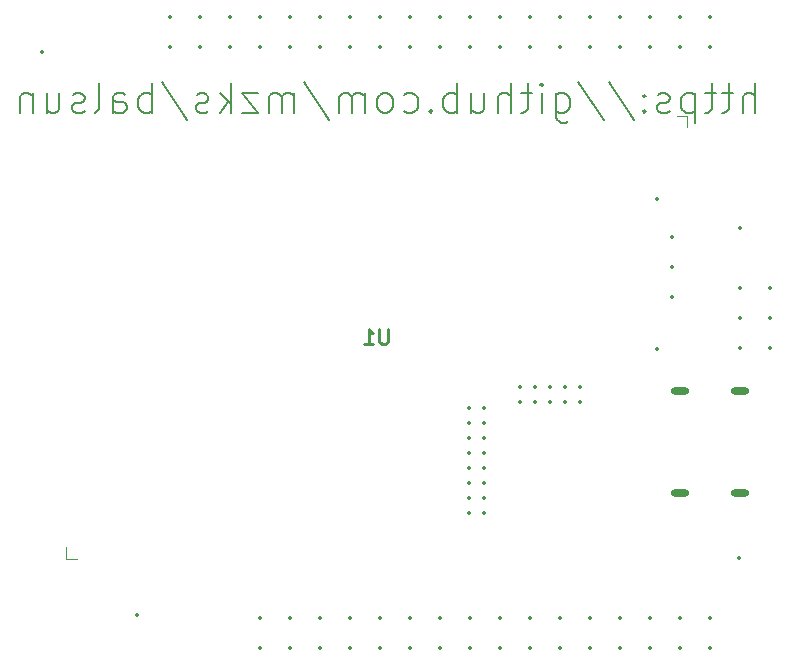
<source format=gbo>
%TF.GenerationSoftware,KiCad,Pcbnew,8.0.4*%
%TF.CreationDate,2024-10-23T22:06:27+09:00*%
%TF.ProjectId,balsun,62616c73-756e-42e6-9b69-6361645f7063,rev?*%
%TF.SameCoordinates,Original*%
%TF.FileFunction,Legend,Bot*%
%TF.FilePolarity,Positive*%
%FSLAX46Y46*%
G04 Gerber Fmt 4.6, Leading zero omitted, Abs format (unit mm)*
G04 Created by KiCad (PCBNEW 8.0.4) date 2024-10-23 22:06:27*
%MOMM*%
%LPD*%
G01*
G04 APERTURE LIST*
%ADD10C,0.200000*%
%ADD11C,0.254000*%
%ADD12C,0.100000*%
%ADD13C,0.350000*%
%ADD14O,1.600000X0.600000*%
G04 APERTURE END LIST*
D10*
X219773183Y-81683647D02*
X219773183Y-79183647D01*
X218701755Y-81683647D02*
X218701755Y-80374123D01*
X218701755Y-80374123D02*
X218820802Y-80136028D01*
X218820802Y-80136028D02*
X219058898Y-80016980D01*
X219058898Y-80016980D02*
X219416041Y-80016980D01*
X219416041Y-80016980D02*
X219654136Y-80136028D01*
X219654136Y-80136028D02*
X219773183Y-80255076D01*
X217868421Y-80016980D02*
X216916040Y-80016980D01*
X217511278Y-79183647D02*
X217511278Y-81326504D01*
X217511278Y-81326504D02*
X217392231Y-81564600D01*
X217392231Y-81564600D02*
X217154136Y-81683647D01*
X217154136Y-81683647D02*
X216916040Y-81683647D01*
X216439850Y-80016980D02*
X215487469Y-80016980D01*
X216082707Y-79183647D02*
X216082707Y-81326504D01*
X216082707Y-81326504D02*
X215963660Y-81564600D01*
X215963660Y-81564600D02*
X215725565Y-81683647D01*
X215725565Y-81683647D02*
X215487469Y-81683647D01*
X214654136Y-80016980D02*
X214654136Y-82516980D01*
X214654136Y-80136028D02*
X214416041Y-80016980D01*
X214416041Y-80016980D02*
X213939851Y-80016980D01*
X213939851Y-80016980D02*
X213701755Y-80136028D01*
X213701755Y-80136028D02*
X213582708Y-80255076D01*
X213582708Y-80255076D02*
X213463660Y-80493171D01*
X213463660Y-80493171D02*
X213463660Y-81207457D01*
X213463660Y-81207457D02*
X213582708Y-81445552D01*
X213582708Y-81445552D02*
X213701755Y-81564600D01*
X213701755Y-81564600D02*
X213939851Y-81683647D01*
X213939851Y-81683647D02*
X214416041Y-81683647D01*
X214416041Y-81683647D02*
X214654136Y-81564600D01*
X212511279Y-81564600D02*
X212273184Y-81683647D01*
X212273184Y-81683647D02*
X211796993Y-81683647D01*
X211796993Y-81683647D02*
X211558898Y-81564600D01*
X211558898Y-81564600D02*
X211439850Y-81326504D01*
X211439850Y-81326504D02*
X211439850Y-81207457D01*
X211439850Y-81207457D02*
X211558898Y-80969361D01*
X211558898Y-80969361D02*
X211796993Y-80850314D01*
X211796993Y-80850314D02*
X212154136Y-80850314D01*
X212154136Y-80850314D02*
X212392231Y-80731266D01*
X212392231Y-80731266D02*
X212511279Y-80493171D01*
X212511279Y-80493171D02*
X212511279Y-80374123D01*
X212511279Y-80374123D02*
X212392231Y-80136028D01*
X212392231Y-80136028D02*
X212154136Y-80016980D01*
X212154136Y-80016980D02*
X211796993Y-80016980D01*
X211796993Y-80016980D02*
X211558898Y-80136028D01*
X210368421Y-81445552D02*
X210249374Y-81564600D01*
X210249374Y-81564600D02*
X210368421Y-81683647D01*
X210368421Y-81683647D02*
X210487469Y-81564600D01*
X210487469Y-81564600D02*
X210368421Y-81445552D01*
X210368421Y-81445552D02*
X210368421Y-81683647D01*
X210368421Y-80136028D02*
X210249374Y-80255076D01*
X210249374Y-80255076D02*
X210368421Y-80374123D01*
X210368421Y-80374123D02*
X210487469Y-80255076D01*
X210487469Y-80255076D02*
X210368421Y-80136028D01*
X210368421Y-80136028D02*
X210368421Y-80374123D01*
X207392231Y-79064600D02*
X209535088Y-82278885D01*
X204773183Y-79064600D02*
X206916040Y-82278885D01*
X202868421Y-80016980D02*
X202868421Y-82040790D01*
X202868421Y-82040790D02*
X202987468Y-82278885D01*
X202987468Y-82278885D02*
X203106516Y-82397933D01*
X203106516Y-82397933D02*
X203344611Y-82516980D01*
X203344611Y-82516980D02*
X203701754Y-82516980D01*
X203701754Y-82516980D02*
X203939849Y-82397933D01*
X202868421Y-81564600D02*
X203106516Y-81683647D01*
X203106516Y-81683647D02*
X203582707Y-81683647D01*
X203582707Y-81683647D02*
X203820802Y-81564600D01*
X203820802Y-81564600D02*
X203939849Y-81445552D01*
X203939849Y-81445552D02*
X204058897Y-81207457D01*
X204058897Y-81207457D02*
X204058897Y-80493171D01*
X204058897Y-80493171D02*
X203939849Y-80255076D01*
X203939849Y-80255076D02*
X203820802Y-80136028D01*
X203820802Y-80136028D02*
X203582707Y-80016980D01*
X203582707Y-80016980D02*
X203106516Y-80016980D01*
X203106516Y-80016980D02*
X202868421Y-80136028D01*
X201677944Y-81683647D02*
X201677944Y-80016980D01*
X201677944Y-79183647D02*
X201796992Y-79302695D01*
X201796992Y-79302695D02*
X201677944Y-79421742D01*
X201677944Y-79421742D02*
X201558897Y-79302695D01*
X201558897Y-79302695D02*
X201677944Y-79183647D01*
X201677944Y-79183647D02*
X201677944Y-79421742D01*
X200844611Y-80016980D02*
X199892230Y-80016980D01*
X200487468Y-79183647D02*
X200487468Y-81326504D01*
X200487468Y-81326504D02*
X200368421Y-81564600D01*
X200368421Y-81564600D02*
X200130326Y-81683647D01*
X200130326Y-81683647D02*
X199892230Y-81683647D01*
X199058897Y-81683647D02*
X199058897Y-79183647D01*
X197987469Y-81683647D02*
X197987469Y-80374123D01*
X197987469Y-80374123D02*
X198106516Y-80136028D01*
X198106516Y-80136028D02*
X198344612Y-80016980D01*
X198344612Y-80016980D02*
X198701755Y-80016980D01*
X198701755Y-80016980D02*
X198939850Y-80136028D01*
X198939850Y-80136028D02*
X199058897Y-80255076D01*
X195725564Y-80016980D02*
X195725564Y-81683647D01*
X196796992Y-80016980D02*
X196796992Y-81326504D01*
X196796992Y-81326504D02*
X196677945Y-81564600D01*
X196677945Y-81564600D02*
X196439850Y-81683647D01*
X196439850Y-81683647D02*
X196082707Y-81683647D01*
X196082707Y-81683647D02*
X195844611Y-81564600D01*
X195844611Y-81564600D02*
X195725564Y-81445552D01*
X194535087Y-81683647D02*
X194535087Y-79183647D01*
X194535087Y-80136028D02*
X194296992Y-80016980D01*
X194296992Y-80016980D02*
X193820802Y-80016980D01*
X193820802Y-80016980D02*
X193582706Y-80136028D01*
X193582706Y-80136028D02*
X193463659Y-80255076D01*
X193463659Y-80255076D02*
X193344611Y-80493171D01*
X193344611Y-80493171D02*
X193344611Y-81207457D01*
X193344611Y-81207457D02*
X193463659Y-81445552D01*
X193463659Y-81445552D02*
X193582706Y-81564600D01*
X193582706Y-81564600D02*
X193820802Y-81683647D01*
X193820802Y-81683647D02*
X194296992Y-81683647D01*
X194296992Y-81683647D02*
X194535087Y-81564600D01*
X192273182Y-81445552D02*
X192154135Y-81564600D01*
X192154135Y-81564600D02*
X192273182Y-81683647D01*
X192273182Y-81683647D02*
X192392230Y-81564600D01*
X192392230Y-81564600D02*
X192273182Y-81445552D01*
X192273182Y-81445552D02*
X192273182Y-81683647D01*
X190011278Y-81564600D02*
X190249373Y-81683647D01*
X190249373Y-81683647D02*
X190725564Y-81683647D01*
X190725564Y-81683647D02*
X190963659Y-81564600D01*
X190963659Y-81564600D02*
X191082706Y-81445552D01*
X191082706Y-81445552D02*
X191201754Y-81207457D01*
X191201754Y-81207457D02*
X191201754Y-80493171D01*
X191201754Y-80493171D02*
X191082706Y-80255076D01*
X191082706Y-80255076D02*
X190963659Y-80136028D01*
X190963659Y-80136028D02*
X190725564Y-80016980D01*
X190725564Y-80016980D02*
X190249373Y-80016980D01*
X190249373Y-80016980D02*
X190011278Y-80136028D01*
X188582707Y-81683647D02*
X188820802Y-81564600D01*
X188820802Y-81564600D02*
X188939849Y-81445552D01*
X188939849Y-81445552D02*
X189058897Y-81207457D01*
X189058897Y-81207457D02*
X189058897Y-80493171D01*
X189058897Y-80493171D02*
X188939849Y-80255076D01*
X188939849Y-80255076D02*
X188820802Y-80136028D01*
X188820802Y-80136028D02*
X188582707Y-80016980D01*
X188582707Y-80016980D02*
X188225564Y-80016980D01*
X188225564Y-80016980D02*
X187987468Y-80136028D01*
X187987468Y-80136028D02*
X187868421Y-80255076D01*
X187868421Y-80255076D02*
X187749373Y-80493171D01*
X187749373Y-80493171D02*
X187749373Y-81207457D01*
X187749373Y-81207457D02*
X187868421Y-81445552D01*
X187868421Y-81445552D02*
X187987468Y-81564600D01*
X187987468Y-81564600D02*
X188225564Y-81683647D01*
X188225564Y-81683647D02*
X188582707Y-81683647D01*
X186677944Y-81683647D02*
X186677944Y-80016980D01*
X186677944Y-80255076D02*
X186558897Y-80136028D01*
X186558897Y-80136028D02*
X186320802Y-80016980D01*
X186320802Y-80016980D02*
X185963659Y-80016980D01*
X185963659Y-80016980D02*
X185725563Y-80136028D01*
X185725563Y-80136028D02*
X185606516Y-80374123D01*
X185606516Y-80374123D02*
X185606516Y-81683647D01*
X185606516Y-80374123D02*
X185487468Y-80136028D01*
X185487468Y-80136028D02*
X185249373Y-80016980D01*
X185249373Y-80016980D02*
X184892230Y-80016980D01*
X184892230Y-80016980D02*
X184654135Y-80136028D01*
X184654135Y-80136028D02*
X184535087Y-80374123D01*
X184535087Y-80374123D02*
X184535087Y-81683647D01*
X181558897Y-79064600D02*
X183701754Y-82278885D01*
X180725563Y-81683647D02*
X180725563Y-80016980D01*
X180725563Y-80255076D02*
X180606516Y-80136028D01*
X180606516Y-80136028D02*
X180368421Y-80016980D01*
X180368421Y-80016980D02*
X180011278Y-80016980D01*
X180011278Y-80016980D02*
X179773182Y-80136028D01*
X179773182Y-80136028D02*
X179654135Y-80374123D01*
X179654135Y-80374123D02*
X179654135Y-81683647D01*
X179654135Y-80374123D02*
X179535087Y-80136028D01*
X179535087Y-80136028D02*
X179296992Y-80016980D01*
X179296992Y-80016980D02*
X178939849Y-80016980D01*
X178939849Y-80016980D02*
X178701754Y-80136028D01*
X178701754Y-80136028D02*
X178582706Y-80374123D01*
X178582706Y-80374123D02*
X178582706Y-81683647D01*
X177630326Y-80016980D02*
X176320802Y-80016980D01*
X176320802Y-80016980D02*
X177630326Y-81683647D01*
X177630326Y-81683647D02*
X176320802Y-81683647D01*
X175368420Y-81683647D02*
X175368420Y-79183647D01*
X175130325Y-80731266D02*
X174416039Y-81683647D01*
X174416039Y-80016980D02*
X175368420Y-80969361D01*
X173463658Y-81564600D02*
X173225563Y-81683647D01*
X173225563Y-81683647D02*
X172749372Y-81683647D01*
X172749372Y-81683647D02*
X172511277Y-81564600D01*
X172511277Y-81564600D02*
X172392229Y-81326504D01*
X172392229Y-81326504D02*
X172392229Y-81207457D01*
X172392229Y-81207457D02*
X172511277Y-80969361D01*
X172511277Y-80969361D02*
X172749372Y-80850314D01*
X172749372Y-80850314D02*
X173106515Y-80850314D01*
X173106515Y-80850314D02*
X173344610Y-80731266D01*
X173344610Y-80731266D02*
X173463658Y-80493171D01*
X173463658Y-80493171D02*
X173463658Y-80374123D01*
X173463658Y-80374123D02*
X173344610Y-80136028D01*
X173344610Y-80136028D02*
X173106515Y-80016980D01*
X173106515Y-80016980D02*
X172749372Y-80016980D01*
X172749372Y-80016980D02*
X172511277Y-80136028D01*
X169535086Y-79064600D02*
X171677943Y-82278885D01*
X168701752Y-81683647D02*
X168701752Y-79183647D01*
X168701752Y-80136028D02*
X168463657Y-80016980D01*
X168463657Y-80016980D02*
X167987467Y-80016980D01*
X167987467Y-80016980D02*
X167749371Y-80136028D01*
X167749371Y-80136028D02*
X167630324Y-80255076D01*
X167630324Y-80255076D02*
X167511276Y-80493171D01*
X167511276Y-80493171D02*
X167511276Y-81207457D01*
X167511276Y-81207457D02*
X167630324Y-81445552D01*
X167630324Y-81445552D02*
X167749371Y-81564600D01*
X167749371Y-81564600D02*
X167987467Y-81683647D01*
X167987467Y-81683647D02*
X168463657Y-81683647D01*
X168463657Y-81683647D02*
X168701752Y-81564600D01*
X165368419Y-81683647D02*
X165368419Y-80374123D01*
X165368419Y-80374123D02*
X165487466Y-80136028D01*
X165487466Y-80136028D02*
X165725562Y-80016980D01*
X165725562Y-80016980D02*
X166201752Y-80016980D01*
X166201752Y-80016980D02*
X166439847Y-80136028D01*
X165368419Y-81564600D02*
X165606514Y-81683647D01*
X165606514Y-81683647D02*
X166201752Y-81683647D01*
X166201752Y-81683647D02*
X166439847Y-81564600D01*
X166439847Y-81564600D02*
X166558895Y-81326504D01*
X166558895Y-81326504D02*
X166558895Y-81088409D01*
X166558895Y-81088409D02*
X166439847Y-80850314D01*
X166439847Y-80850314D02*
X166201752Y-80731266D01*
X166201752Y-80731266D02*
X165606514Y-80731266D01*
X165606514Y-80731266D02*
X165368419Y-80612219D01*
X163820800Y-81683647D02*
X164058895Y-81564600D01*
X164058895Y-81564600D02*
X164177942Y-81326504D01*
X164177942Y-81326504D02*
X164177942Y-79183647D01*
X162987466Y-81564600D02*
X162749371Y-81683647D01*
X162749371Y-81683647D02*
X162273180Y-81683647D01*
X162273180Y-81683647D02*
X162035085Y-81564600D01*
X162035085Y-81564600D02*
X161916037Y-81326504D01*
X161916037Y-81326504D02*
X161916037Y-81207457D01*
X161916037Y-81207457D02*
X162035085Y-80969361D01*
X162035085Y-80969361D02*
X162273180Y-80850314D01*
X162273180Y-80850314D02*
X162630323Y-80850314D01*
X162630323Y-80850314D02*
X162868418Y-80731266D01*
X162868418Y-80731266D02*
X162987466Y-80493171D01*
X162987466Y-80493171D02*
X162987466Y-80374123D01*
X162987466Y-80374123D02*
X162868418Y-80136028D01*
X162868418Y-80136028D02*
X162630323Y-80016980D01*
X162630323Y-80016980D02*
X162273180Y-80016980D01*
X162273180Y-80016980D02*
X162035085Y-80136028D01*
X159773180Y-80016980D02*
X159773180Y-81683647D01*
X160844608Y-80016980D02*
X160844608Y-81326504D01*
X160844608Y-81326504D02*
X160725561Y-81564600D01*
X160725561Y-81564600D02*
X160487466Y-81683647D01*
X160487466Y-81683647D02*
X160130323Y-81683647D01*
X160130323Y-81683647D02*
X159892227Y-81564600D01*
X159892227Y-81564600D02*
X159773180Y-81445552D01*
X158582703Y-80016980D02*
X158582703Y-81683647D01*
X158582703Y-80255076D02*
X158463656Y-80136028D01*
X158463656Y-80136028D02*
X158225561Y-80016980D01*
X158225561Y-80016980D02*
X157868418Y-80016980D01*
X157868418Y-80016980D02*
X157630322Y-80136028D01*
X157630322Y-80136028D02*
X157511275Y-80374123D01*
X157511275Y-80374123D02*
X157511275Y-81683647D01*
D11*
X188667619Y-100004318D02*
X188667619Y-101032413D01*
X188667619Y-101032413D02*
X188607142Y-101153365D01*
X188607142Y-101153365D02*
X188546666Y-101213842D01*
X188546666Y-101213842D02*
X188425714Y-101274318D01*
X188425714Y-101274318D02*
X188183809Y-101274318D01*
X188183809Y-101274318D02*
X188062857Y-101213842D01*
X188062857Y-101213842D02*
X188002380Y-101153365D01*
X188002380Y-101153365D02*
X187941904Y-101032413D01*
X187941904Y-101032413D02*
X187941904Y-100004318D01*
X186671904Y-101274318D02*
X187397619Y-101274318D01*
X187034762Y-101274318D02*
X187034762Y-100004318D01*
X187034762Y-100004318D02*
X187155714Y-100185746D01*
X187155714Y-100185746D02*
X187276666Y-100306699D01*
X187276666Y-100306699D02*
X187397619Y-100367175D01*
D12*
%TO.C,U1*%
X213100000Y-81955000D02*
X214015000Y-81955000D01*
X214015000Y-81955000D02*
X214015000Y-82920000D01*
X161385000Y-119445000D02*
X161385000Y-118480000D01*
X162300000Y-119445000D02*
X161385000Y-119445000D01*
%TD*%
D13*
X211425000Y-101650000D03*
X211425000Y-88950000D03*
D14*
X213375000Y-113895000D03*
X213375000Y-105255000D03*
X218475000Y-113895000D03*
X218475000Y-105255000D03*
D13*
X199855000Y-106175000D03*
X199855000Y-104905000D03*
X201125000Y-106175000D03*
X201125000Y-104905000D03*
X202395000Y-106175000D03*
X202395000Y-104905000D03*
X203665000Y-106175000D03*
X203665000Y-104905000D03*
X204935000Y-106175000D03*
X204935000Y-104905000D03*
X196800000Y-115580000D03*
X195530000Y-115580000D03*
X196800000Y-114310000D03*
X195530000Y-114310000D03*
X196800000Y-113040000D03*
X195530000Y-113040000D03*
X196800000Y-111770000D03*
X195530000Y-111770000D03*
X196800000Y-110500000D03*
X195530000Y-110500000D03*
X196800000Y-109230000D03*
X195530000Y-109230000D03*
X196800000Y-107960000D03*
X195530000Y-107960000D03*
X196800000Y-106690000D03*
X195530000Y-106690000D03*
X212700000Y-97240000D03*
X212700000Y-94700000D03*
X212700000Y-92160000D03*
X218450000Y-91412500D03*
X215920000Y-76140000D03*
X215920000Y-73600000D03*
X213380000Y-76140000D03*
X213380000Y-73600000D03*
X210840000Y-76140000D03*
X210840000Y-73600000D03*
X208300000Y-76140000D03*
X208300000Y-73600000D03*
X205760000Y-76140000D03*
X205760000Y-73600000D03*
X203220000Y-76140000D03*
X203220000Y-73600000D03*
X200680000Y-76140000D03*
X200680000Y-73600000D03*
X198140000Y-76140000D03*
X198140000Y-73600000D03*
X193060000Y-76140000D03*
X193060000Y-73600000D03*
X190520000Y-76140000D03*
X190520000Y-73600000D03*
X187980000Y-76140000D03*
X187980000Y-73600000D03*
X185440000Y-76140000D03*
X185440000Y-73600000D03*
X182900000Y-76140000D03*
X182900000Y-73600000D03*
X180360000Y-76140000D03*
X180360000Y-73600000D03*
X177820000Y-76140000D03*
X177820000Y-73600000D03*
X175280000Y-76140000D03*
X175280000Y-73600000D03*
X172740000Y-76140000D03*
X172740000Y-73600000D03*
X170200000Y-76140000D03*
X170200000Y-73600000D03*
X195600000Y-76140000D03*
X195600000Y-73600000D03*
X159400000Y-76500000D03*
X167375000Y-124175000D03*
X218450000Y-101600000D03*
X220990000Y-101600000D03*
X218450000Y-99060000D03*
X220990000Y-99060000D03*
X218450000Y-96520000D03*
X220990000Y-96520000D03*
X177800000Y-124460000D03*
X177800000Y-127000000D03*
X180340000Y-124460000D03*
X180340000Y-127000000D03*
X182880000Y-124460000D03*
X182880000Y-127000000D03*
X185420000Y-124460000D03*
X185420000Y-127000000D03*
X187960000Y-124460000D03*
X187960000Y-127000000D03*
X190500000Y-124460000D03*
X190500000Y-127000000D03*
X193040000Y-124460000D03*
X193040000Y-127000000D03*
X195580000Y-124460000D03*
X195580000Y-127000000D03*
X198120000Y-124460000D03*
X198120000Y-127000000D03*
X200660000Y-124460000D03*
X200660000Y-127000000D03*
X203200000Y-124460000D03*
X203200000Y-127000000D03*
X205740000Y-124460000D03*
X205740000Y-127000000D03*
X208280000Y-124460000D03*
X208280000Y-127000000D03*
X210820000Y-124460000D03*
X210820000Y-127000000D03*
X213360000Y-124460000D03*
X213360000Y-127000000D03*
X215900000Y-124460000D03*
X215900000Y-127000000D03*
X218425000Y-119350000D03*
M02*

</source>
